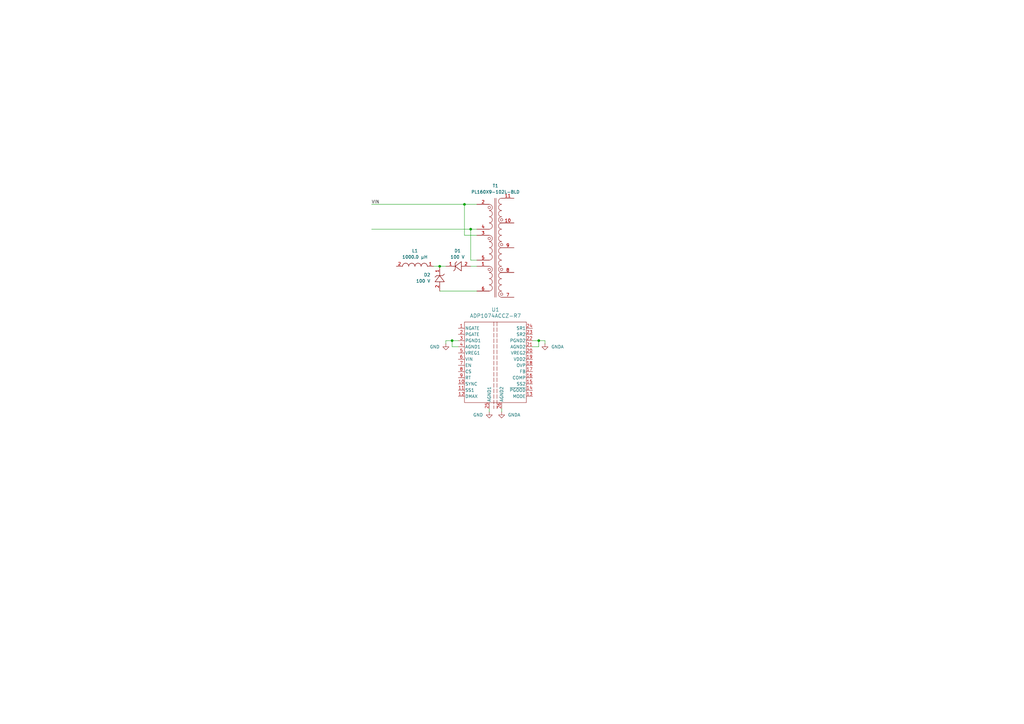
<source format=kicad_sch>
(kicad_sch (version 20250114) (generator "eeschema") (generator_version "9.0")
  (paper "A3")
  (lib_symbols
    (symbol "DIODES_1N4148WX-TP_DATA_BASE:D_1N4148WX-TP" (pin_names (offset 0.254))
      (property "Reference" "D" (at 0 5.08 0))
      (property "Value" "100 V" (at 0 -5.08 0))
      (symbol "D_1N4148WX-TP_1_0"
        (polyline (pts (xy 0.635 1.905) (xy 1.27 1.27) (xy 1.27 0) (xy -1.27 1.905) (xy -1.27 -1.905) (xy 1.27 0) (xy 1.27 -1.27) (xy 1.905 -1.905)) (stroke (width 0.2032)))
        (pin unspecified line (at -5.08 0 0) (length 3.81) (name "") (number "2"))
        (pin unspecified line (at 5.08 0 180) (length 3.81) (name "") (number "1"))
      )
    )
    (symbol "INDUCTORS_CB2518T_DATA_BASE:L_CB2518T102K" (pin_names (offset 0.254))
      (property "Reference" "L" (at 0 2.54 0))
      (property "Value" "1000.0 µH" (at 0 -2.54 0))
      (symbol "L_CB2518T102K_1_1"
        (arc (start -5.08 0.0056) (mid -3.81 1.27) (end -2.54 0.0056) (stroke (width 0.2032)))
        (arc (start -2.54 0.0056) (mid -1.27 1.27) (end 0 0.0056) (stroke (width 0.2032)))
        (arc (start 0 0.0056) (mid 1.27 1.27) (end 2.54 0.0056) (stroke (width 0.2032)))
        (arc (start 2.54 0.0056) (mid 3.81 1.27) (end 5.08 0.0056) (stroke (width 0.2032)))
        (pin unspecified line (at -7.62 0 0) (length 2.54) (name "") (number "1"))
        (pin unspecified line (at 7.62 0 180) (length 2.54) (name "") (number "2"))
      )
    )
    (symbol "TRANSFORMERS_PL160X9-102L_DATA_BASE:T_PL160X9-102L-BLD" (pin_names (offset 0.254))
      (property "Reference" "T" (at 0 22.86 0))
      (property "Value" "PL160X9-102L-BLD" (at 0 -22.86 0))
      (symbol "T_PL160X9-102L-BLD_0_1"
        (arc (start -2.54 17.78) (mid -1.27 16.51) (end -2.54 15.24))
        (circle (center -2.54 16.51) (radius 0.508))
        (arc (start -2.54 15.24) (mid -1.27 13.97) (end -2.54 12.7))
        (arc (start -2.54 12.7) (mid -1.27 11.43) (end -2.54 10.16))
        (arc (start -2.54 10.16) (mid -1.27 8.89) (end -2.54 7.62))
        (arc (start -2.54 5.08) (mid -1.27 3.81) (end -2.54 2.54))
        (circle (center -2.54 3.81) (radius 0.508))
        (arc (start -2.54 2.54) (mid -1.27 1.27) (end -2.54 0))
        (arc (start -2.54 0) (mid -1.27 -1.27) (end -2.54 -2.54))
        (arc (start -2.54 -2.54) (mid -1.27 -3.81) (end -2.54 -5.08))
        (arc (start -2.54 -7.62) (mid -1.27 -8.89) (end -2.54 -10.16))
        (circle (center -2.54 -8.89) (radius 0.508))
        (arc (start -2.54 -10.16) (mid -1.27 -11.43) (end -2.54 -12.7))
        (arc (start -2.54 -12.7) (mid -1.27 -13.97) (end -2.54 -15.24))
        (arc (start -2.54 -15.24) (mid -1.27 -16.51) (end -2.54 -17.78))
        (polyline (pts (xy -0.254 20.32) (xy -0.254 -20.32)))
        (polyline (pts (xy 0.254 20.32) (xy 0.254 -20.32)))
        (arc (start 2.54 17.78) (mid 1.27 19.05) (end 2.54 20.32))
        (arc (start 2.54 15.24) (mid 1.27 16.51) (end 2.54 17.78))
        (arc (start 2.54 12.7) (mid 1.27 13.97) (end 2.54 15.24))
        (circle (center 2.54 11.43) (radius 0.508))
        (arc (start 2.54 10.16) (mid 1.27 11.43) (end 2.54 12.7))
        (arc (start 2.54 7.62) (mid 1.27 8.89) (end 2.54 10.16))
        (arc (start 2.54 5.08) (mid 1.27 6.35) (end 2.54 7.62))
        (arc (start 2.54 2.54) (mid 1.27 3.81) (end 2.54 5.08))
        (circle (center 2.54 1.27) (radius 0.508))
        (arc (start 2.54 0) (mid 1.27 1.27) (end 2.54 2.54))
        (arc (start 2.54 -2.54) (mid 1.27 -1.27) (end 2.54 0))
        (arc (start 2.54 -5.08) (mid 1.27 -3.81) (end 2.54 -2.54))
        (arc (start 2.54 -7.62) (mid 1.27 -6.35) (end 2.54 -5.08))
        (circle (center 2.54 -8.89) (radius 0.508))
        (arc (start 2.54 -10.16) (mid 1.27 -8.89) (end 2.54 -7.62))
        (arc (start 2.54 -12.7) (mid 1.27 -11.43) (end 2.54 -10.16))
        (arc (start 2.54 -15.24) (mid 1.27 -13.97) (end 2.54 -12.7))
        (arc (start 2.54 -17.78) (mid 1.27 -16.51) (end 2.54 -15.24))
        (circle (center 2.54 -19.05) (radius 0.508))
        (arc (start 2.54 -20.32) (mid 1.27 -19.05) (end 2.54 -17.78))
        (pin unspecified line (at -7.62 17.78 0) (length 5.08) (name "") (number "2"))
        (pin unspecified line (at -7.62 7.62 0) (length 5.08) (name "") (number "4"))
        (pin unspecified line (at -7.62 5.08 0) (length 5.08) (name "") (number "3"))
        (pin unspecified line (at -7.62 -5.08 0) (length 5.08) (name "") (number "5"))
        (pin unspecified line (at -7.62 -7.62 0) (length 5.08) (name "") (number "1"))
        (pin unspecified line (at -7.62 -17.78 0) (length 5.08) (name "") (number "6"))
        (pin unspecified line (at 7.62 20.32 180) (length 5.08) (name "") (number "11"))
        (pin unspecified line (at 7.62 10.16 180) (length 5.08) (name "") (number "10"))
        (pin unspecified line (at 7.62 0 180) (length 5.08) (name "") (number "9"))
        (pin unspecified line (at 7.62 -10.16 180) (length 5.08) (name "") (number "8"))
        (pin unspecified line (at 7.62 -20.32 180) (length 5.08) (name "") (number "7"))
      )
    )
    (symbol "UNITED_IC_ADI:U_ADP1074ACCZ-R7" (pin_names (offset 0.254))
      (property "Reference" "U" (at 12.7 20.32 0))
      (property "Value" "ADP1074ACCZ-R7" (at 12.7 17.78 0))
      (symbol "U_ADP1074ACCZ-R7_0_1"
        (rectangle (start -12.7 16.51) (end 12.7 -16.51))
        (pin unspecified line (at -15.24 13.97 0) (length 2.54) (name "NGATE") (number "1"))
        (pin unspecified line (at -15.24 11.43 0) (length 2.54) (name "PGATE") (number "2"))
        (pin power_out line (at -15.24 6.35 0) (length 2.54) (name "AGND1") (number "4"))
        (pin bidirectional line (at -15.24 3.81 0) (length 2.54) (name "VREG1") (number "5"))
        (pin unspecified line (at -15.24 1.27 0) (length 2.54) (name "VIN") (number "6"))
        (pin unspecified line (at -15.24 -1.27 0) (length 2.54) (name "EN") (number "7"))
        (pin unspecified line (at -15.24 -3.81 0) (length 2.54) (name "CS") (number "8"))
        (pin unspecified line (at -15.24 -6.35 0) (length 2.54) (name "RT") (number "9"))
        (pin unspecified line (at -15.24 -8.89 0) (length 2.54) (name "SYNC") (number "10"))
        (pin bidirectional line (at -15.24 -11.43 0) (length 2.54) (name "SS1") (number "11"))
        (pin unspecified line (at -15.24 -13.97 0) (length 2.54) (name "DMAX") (number "12"))
        (pin power_out line (at -2.54 -19.05 90) (length 2.54) (name "AGND1") (number "25"))
        (pin power_out line (at 2.54 -19.05 90) (length 2.54) (name "AGND2") (number "26"))
        (pin bidirectional line (at 15.24 13.97 180) (length 2.54) (name "SR1") (number "24"))
        (pin bidirectional line (at 15.24 11.43 180) (length 2.54) (name "SR2") (number "23"))
        (pin power_out line (at 15.24 8.89 180) (length 2.54) (name "PGND2") (number "22"))
        (pin power_out line (at 15.24 6.35 180) (length 2.54) (name "AGND2") (number "21"))
        (pin unspecified line (at 15.24 3.81 180) (length 2.54) (name "VREG2") (number "20"))
        (pin power_in line (at 15.24 1.27 180) (length 2.54) (name "VDD2") (number "19"))
        (pin unspecified line (at 15.24 -1.27 180) (length 2.54) (name "OVP") (number "18"))
        (pin unspecified line (at 15.24 -3.81 180) (length 2.54) (name "FB") (number "17"))
        (pin unspecified line (at 15.24 -6.35 180) (length 2.54) (name "COMP") (number "16"))
        (pin bidirectional line (at 15.24 -8.89 180) (length 2.54) (name "SS2") (number "15"))
        (pin unspecified line (at 15.24 -13.97 180) (length 2.54) (name "MODE") (number "13"))
      )
      (symbol "U_ADP1074ACCZ-R7_1_1"
        (polyline (pts (xy -0.635 16.51) (xy -0.635 -19.05)) (stroke (width 0) (type dash)))
        (polyline (pts (xy 0.635 16.51) (xy 0.635 -19.05)) (stroke (width 0) (type dash)))
        (pin power_out line (at -15.24 8.89 0) (length 2.54) (name "PGND1") (number "3"))
        (pin unspecified line (at 15.24 -11.43 180) (length 2.54) (name "~{PGOOD}") (number "14"))
      )
    )
    (symbol "power:GND" (power) (pin_numbers (hide yes)) (pin_names (offset 0) (hide yes))
      (property "Value" "GND" (at 0 -3.81 0))
      (symbol "GND_0_1"
        (polyline (pts (xy 0 0) (xy 0 -1.27) (xy 1.27 -1.27) (xy 0 -2.54) (xy -1.27 -1.27) (xy 0 -1.27)))
      )
      (symbol "GND_1_1"
        (pin power_in line (at 0 0 270) (length 0) (name "~") (number "1"))
      )
    )
    (symbol "power:GNDA" (power) (pin_numbers (hide yes)) (pin_names (offset 0) (hide yes))
      (property "Value" "GNDA" (at 0 -3.81 0))
      (symbol "GNDA_0_1"
        (polyline (pts (xy 0 0) (xy 0 -1.27) (xy 1.27 -1.27) (xy 0 -2.54) (xy -1.27 -1.27) (xy 0 -1.27)))
      )
      (symbol "GNDA_1_1"
        (pin power_in line (at 0 0 270) (length 0) (name "~") (number "1"))
      )
    )
  )
  (junction (at 180.34 109.22))
  (junction (at 193.04 93.98))
  (junction (at 190.5 83.82))
  (junction (at 220.98 139.7))
  (junction (at 185.42 139.7))
  (wire (pts (xy 193.04 93.98) (xy 193.04 106.68)))
  (wire (pts (xy 190.5 96.52) (xy 190.5 83.82)))
  (wire (pts (xy 205.74 167.64) (xy 205.74 168.91)))
  (wire (pts (xy 152.4 93.98) (xy 193.04 93.98)))
  (wire (pts (xy 195.58 96.52) (xy 190.5 96.52)))
  (wire (pts (xy 193.04 106.68) (xy 195.58 106.68)))
  (wire (pts (xy 182.88 140.97) (xy 182.88 139.7)))
  (wire (pts (xy 218.44 139.7) (xy 220.98 139.7)))
  (wire (pts (xy 180.34 109.22) (xy 182.88 109.22)))
  (wire (pts (xy 177.8 109.22) (xy 180.34 109.22)))
  (wire (pts (xy 195.58 93.98) (xy 193.04 93.98)))
  (wire (pts (xy 182.88 139.7) (xy 185.42 139.7)))
  (wire (pts (xy 187.96 142.24) (xy 185.42 142.24)))
  (wire (pts (xy 193.04 109.22) (xy 195.58 109.22)))
  (wire (pts (xy 223.52 140.97) (xy 223.52 139.7)))
  (wire (pts (xy 220.98 139.7) (xy 220.98 142.24)))
  (wire (pts (xy 185.42 142.24) (xy 185.42 139.7)))
  (wire (pts (xy 190.5 83.82) (xy 195.58 83.82)))
  (wire (pts (xy 185.42 139.7) (xy 187.96 139.7)))
  (wire (pts (xy 200.66 167.64) (xy 200.66 168.91)))
  (wire (pts (xy 152.4 83.82) (xy 190.5 83.82)))
  (wire (pts (xy 180.34 119.38) (xy 195.58 119.38)))
  (wire (pts (xy 218.44 142.24) (xy 220.98 142.24)))
  (wire (pts (xy 220.98 139.7) (xy 223.52 139.7)))
  (label "VIN" (at 152.4 83.82 0))
  (symbol (lib_id "DIODES_1N4148WX-TP_DATA_BASE:D_1N4148WX-TP") (at 187.96 109.22 0) (mirror y) (unit 1)
    (property "Reference" "D1" (at 187.6425 102.87 0))
    (property "Value" "100 V" (at 187.6425 105.41 0))
    (property "Footprint" "diode_footprints:SOD323" (effects (hide yes)))
    (property "Datasheet" "https://www.mccsemi.com/pdf/Products/1N4148WX(SOD-323).pdf" (effects (hide yes)))
    (property "Description" "Zener SMD 100 V" (effects (hide yes)))
    (property "Diode Type" "Zener" (effects (hide yes)))
    (property "MPN" "1N4148WX-TP" (effects (hide yes)))
    (property "Manufacturer" "Micro Commercial Components" (effects (hide yes)))
    (property "Maximum DC Current (A)" "0.0" (effects (hide yes)))
    (property "Series" "1N4148WX-TP" (effects (hide yes)))
    (property "Symbol Name" "D_1N4148WX-TP" (effects (hide yes)))
    (property "Trustedparts Search" "https://www.trustedparts.com/en/search/1N4148WX-TP" (effects (hide yes)))
  )
  (symbol (lib_id "power:GNDA") (at 223.52 140.97 0) (unit 1)
    (property "Reference" "#PWR15" (effects (hide yes)))
    (property "Value" "GNDA" (at 226.06 142.2399 0) (effects (justify left)))
    (property "Description" "Power symbol creates a global label with name \"GNDA\" , analog ground" (effects (hide yes)))
  )
  (symbol (lib_id "UNITED_IC_ADI:U_ADP1074ACCZ-R7") (at 203.2 148.59 0) (unit 1)
    (property "Reference" "U1" (at 203.2 127 0) (effects (font (size 1.524 1.524))))
    (property "Value" "ADP1074ACCZ-R7" (at 203.2 129.54 0) (effects (font (size 1.524 1.524))))
    (property "Footprint" "analog_devices_footprints:CC-24-6_ADI" (effects (hide yes)))
    (property "Datasheet" "https://www.analog.com/media/en/technical-documentation/data-sheets/adp1074.pdf" (effects (hide yes)))
    (property "Description" "Isolated, Synchronous Forward Controller with Active Clamp and iCoupler" (effects (hide yes)))
    (property "MPN" "ADP1074ACCZ-R7" (effects (hide yes)))
  )
  (symbol (lib_id "DIODES_1N4148WX-TP_DATA_BASE:D_1N4148WX-TP") (at 180.34 114.3 90) (unit 1)
    (property "Reference" "D2" (at 176.53 112.7124 90) (effects (justify left)))
    (property "Value" "100 V" (at 176.53 115.2524 90) (effects (justify left)))
    (property "Footprint" "diode_footprints:SOD323" (effects (hide yes)))
    (property "Datasheet" "https://www.mccsemi.com/pdf/Products/1N4148WX(SOD-323).pdf" (effects (hide yes)))
    (property "Description" "Zener SMD 100 V" (effects (hide yes)))
    (property "Diode Type" "Zener" (effects (hide yes)))
    (property "MPN" "1N4148WX-TP" (effects (hide yes)))
    (property "Manufacturer" "Micro Commercial Components" (effects (hide yes)))
    (property "Maximum DC Current (A)" "0.0" (effects (hide yes)))
    (property "Series" "1N4148WX-TP" (effects (hide yes)))
    (property "Symbol Name" "D_1N4148WX-TP" (effects (hide yes)))
    (property "Trustedparts Search" "https://www.trustedparts.com/en/search/1N4148WX-TP" (effects (hide yes)))
  )
  (symbol (lib_id "power:GND") (at 182.88 140.97 0) (mirror y) (unit 1)
    (property "Reference" "#PWR9" (effects (hide yes)))
    (property "Value" "GND" (at 180.34 142.2399 0) (effects (justify left)))
    (property "Description" "Power symbol creates a global label with name \"GND\" , ground" (effects (hide yes)))
  )
  (symbol (lib_id "power:GND") (at 200.66 168.91 0) (mirror y) (unit 1)
    (property "Reference" "#PWR02" (effects (hide yes)))
    (property "Value" "GND" (at 198.12 170.1799 0) (effects (justify left)))
    (property "Description" "Power symbol creates a global label with name \"GND\" , ground" (effects (hide yes)))
  )
  (symbol (lib_id "power:GNDA") (at 205.74 168.91 0) (unit 1)
    (property "Reference" "#PWR01" (effects (hide yes)))
    (property "Value" "GNDA" (at 208.28 170.1799 0) (effects (justify left)))
    (property "Description" "Power symbol creates a global label with name \"GNDA\" , analog ground" (effects (hide yes)))
  )
  (symbol (lib_id "TRANSFORMERS_PL160X9-102L_DATA_BASE:T_PL160X9-102L-BLD") (at 203.2 101.6 0) (unit 1)
    (property "Reference" "T1" (at 203.2 76.2 0))
    (property "Value" "PL160X9-102L-BLD" (at 203.2 78.74 0))
    (property "Footprint" "transformer_footprints:PL160X9-102L" (effects (hide yes)))
    (property "Datasheet" "https://www.coilcraft.com/getmedia/2a17d20e-ce43-41cf-8df1-58b60bcf2330/pl160.pdf" (effects (hide yes)))
    (property "Description" "378 µH ±10%" (effects (hide yes)))
    (property "MPN" "PL160X9-102L-BLD" (effects (hide yes)))
    (property "Manufacturer" "Coilcraft" (effects (hide yes)))
    (property "Maximum DC Resistance (Ω)" "pri1 = 0.185; pri2 = 0.185; sec = 0.0068" (effects (hide yes)))
    (property "Primary Inductance (µH)" "378" (effects (hide yes)))
    (property "Series" "PL160X9-102L" (effects (hide yes)))
    (property "Symbol Name" "T_PL160X9-102L-BLD" (effects (hide yes)))
    (property "Tolerance" "±10%" (effects (hide yes)))
    (property "Trustedparts Search" "https://www.trustedparts.com/en/search/PL160X9-102L-BLD" (effects (hide yes)))
    (property "Turns Ratio" "pri1 : sec = 5 : 4; pri2 : sec = 5 : 4" (effects (hide yes)))
  )
  (symbol (lib_id "INDUCTORS_CB2518T_DATA_BASE:L_CB2518T102K") (at 170.18 109.22 0) (mirror y) (unit 1)
    (property "Reference" "L1" (at 170.18 102.87 0))
    (property "Value" "1000.0 µH" (at 170.18 105.41 0))
    (property "Footprint" "inductor_footprints:CB2518T" (effects (hide yes)))
    (property "Datasheet" "https://ds.yuden.co.jp/TYCOMPAS/eu/detail?pn=CB2518T102K&u=M" (effects (hide yes)))
    (property "Description" "INDUCTOR SMD 1000.0 µH ±10%" (effects (hide yes)))
    (property "MPN" "CB2518T102K" (effects (hide yes)))
    (property "Manufacturer" "Taiyo Yuden" (effects (hide yes)))
    (property "Maximum DC Current (A)" "0.1" (effects (hide yes)))
    (property "Maximum DC Resistance (Ω)" "0.031" (effects (hide yes)))
    (property "Series" "CB2518T" (effects (hide yes)))
    (property "Symbol Name" "L_CB2518T102K" (effects (hide yes)))
    (property "Tolerance" "±10%" (effects (hide yes)))
    (property "Trustedparts Search" "https://www.trustedparts.com/en/search/CB2518T102K" (effects (hide yes)))
  )
)
</source>
